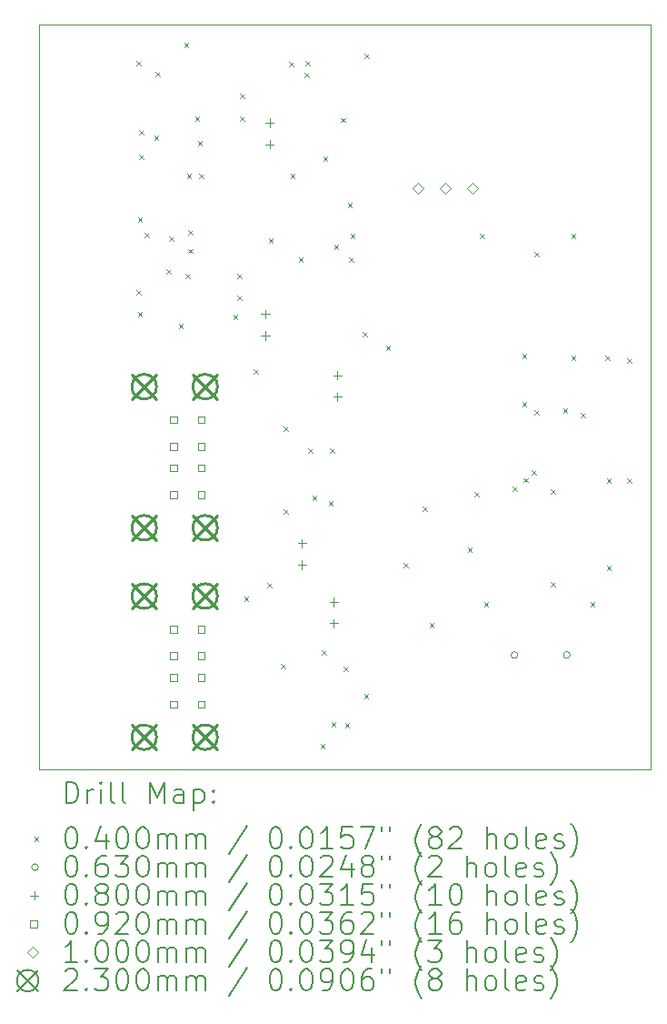
<source format=gbr>
%TF.GenerationSoftware,KiCad,Pcbnew,(6.0.10)*%
%TF.CreationDate,2023-01-17T15:40:54+01:00*%
%TF.ProjectId,kvm,6b766d2e-6b69-4636-9164-5f7063625858,v01*%
%TF.SameCoordinates,Original*%
%TF.FileFunction,Drillmap*%
%TF.FilePolarity,Positive*%
%FSLAX45Y45*%
G04 Gerber Fmt 4.5, Leading zero omitted, Abs format (unit mm)*
G04 Created by KiCad (PCBNEW (6.0.10)) date 2023-01-17 15:40:54*
%MOMM*%
%LPD*%
G01*
G04 APERTURE LIST*
%ADD10C,0.100000*%
%ADD11C,0.200000*%
%ADD12C,0.040000*%
%ADD13C,0.063000*%
%ADD14C,0.080000*%
%ADD15C,0.092000*%
%ADD16C,0.230000*%
G04 APERTURE END LIST*
D10*
X11671300Y-3937000D02*
X5969000Y-3937000D01*
X5969000Y-3937000D02*
X5969000Y-10871200D01*
X5969000Y-10871200D02*
X11671300Y-10871200D01*
X11671300Y-10871200D02*
X11671300Y-3937000D01*
D11*
D12*
X6876100Y-4272600D02*
X6916100Y-4312600D01*
X6916100Y-4272600D02*
X6876100Y-4312600D01*
X6876100Y-6406200D02*
X6916100Y-6446200D01*
X6916100Y-6406200D02*
X6876100Y-6446200D01*
X6888800Y-5733100D02*
X6928800Y-5773100D01*
X6928800Y-5733100D02*
X6888800Y-5773100D01*
X6888800Y-6609400D02*
X6928800Y-6649400D01*
X6928800Y-6609400D02*
X6888800Y-6649400D01*
X6901500Y-4920300D02*
X6941500Y-4960300D01*
X6941500Y-4920300D02*
X6901500Y-4960300D01*
X6901500Y-5148900D02*
X6941500Y-5188900D01*
X6941500Y-5148900D02*
X6901500Y-5188900D01*
X6952300Y-5872800D02*
X6992300Y-5912800D01*
X6992300Y-5872800D02*
X6952300Y-5912800D01*
X7041200Y-4971100D02*
X7081200Y-5011100D01*
X7081200Y-4971100D02*
X7041200Y-5011100D01*
X7053900Y-4374200D02*
X7093900Y-4414200D01*
X7093900Y-4374200D02*
X7053900Y-4414200D01*
X7155500Y-6215700D02*
X7195500Y-6255700D01*
X7195500Y-6215700D02*
X7155500Y-6255700D01*
X7180900Y-5910900D02*
X7220900Y-5950900D01*
X7220900Y-5910900D02*
X7180900Y-5950900D01*
X7269800Y-6723700D02*
X7309800Y-6763700D01*
X7309800Y-6723700D02*
X7269800Y-6763700D01*
X7320600Y-4107500D02*
X7360600Y-4147500D01*
X7360600Y-4107500D02*
X7320600Y-4147500D01*
X7333300Y-6253800D02*
X7373300Y-6293800D01*
X7373300Y-6253800D02*
X7333300Y-6293800D01*
X7346000Y-5326700D02*
X7386000Y-5366700D01*
X7386000Y-5326700D02*
X7346000Y-5366700D01*
X7358700Y-5847400D02*
X7398700Y-5887400D01*
X7398700Y-5847400D02*
X7358700Y-5887400D01*
X7358700Y-6022450D02*
X7398700Y-6062450D01*
X7398700Y-6022450D02*
X7358700Y-6062450D01*
X7422200Y-4793300D02*
X7462200Y-4833300D01*
X7462200Y-4793300D02*
X7422200Y-4833300D01*
X7447600Y-5021900D02*
X7487600Y-5061900D01*
X7487600Y-5021900D02*
X7447600Y-5061900D01*
X7460300Y-5326700D02*
X7500300Y-5366700D01*
X7500300Y-5326700D02*
X7460300Y-5366700D01*
X7777800Y-6634800D02*
X7817800Y-6674800D01*
X7817800Y-6634800D02*
X7777800Y-6674800D01*
X7815900Y-6253800D02*
X7855900Y-6293800D01*
X7855900Y-6253800D02*
X7815900Y-6293800D01*
X7815900Y-6457000D02*
X7855900Y-6497000D01*
X7855900Y-6457000D02*
X7815900Y-6497000D01*
X7845191Y-4577400D02*
X7885191Y-4617400D01*
X7885191Y-4577400D02*
X7845191Y-4617400D01*
X7845191Y-4793300D02*
X7885191Y-4833300D01*
X7885191Y-4793300D02*
X7845191Y-4833300D01*
X7879400Y-9263700D02*
X7919400Y-9303700D01*
X7919400Y-9263700D02*
X7879400Y-9303700D01*
X7968300Y-7142800D02*
X8008300Y-7182800D01*
X8008300Y-7142800D02*
X7968300Y-7182800D01*
X8095300Y-9136700D02*
X8135300Y-9176700D01*
X8135300Y-9136700D02*
X8095300Y-9176700D01*
X8108000Y-5923600D02*
X8148000Y-5963600D01*
X8148000Y-5923600D02*
X8108000Y-5963600D01*
X8222300Y-9886000D02*
X8262300Y-9926000D01*
X8262300Y-9886000D02*
X8222300Y-9926000D01*
X8247700Y-7676200D02*
X8287700Y-7716200D01*
X8287700Y-7676200D02*
X8247700Y-7716200D01*
X8247700Y-8450900D02*
X8287700Y-8490900D01*
X8287700Y-8450900D02*
X8247700Y-8490900D01*
X8301150Y-4282650D02*
X8341150Y-4322650D01*
X8341150Y-4282650D02*
X8301150Y-4322650D01*
X8311200Y-5326700D02*
X8351200Y-5366700D01*
X8351200Y-5326700D02*
X8311200Y-5366700D01*
X8387400Y-6101400D02*
X8427400Y-6141400D01*
X8427400Y-6101400D02*
X8387400Y-6141400D01*
X8440850Y-4384250D02*
X8480850Y-4424250D01*
X8480850Y-4384250D02*
X8440850Y-4424250D01*
X8453550Y-4272941D02*
X8493550Y-4312941D01*
X8493550Y-4272941D02*
X8453550Y-4312941D01*
X8476300Y-7879400D02*
X8516300Y-7919400D01*
X8516300Y-7879400D02*
X8476300Y-7919400D01*
X8514400Y-8323900D02*
X8554400Y-8363900D01*
X8554400Y-8323900D02*
X8514400Y-8363900D01*
X8590600Y-10635300D02*
X8630600Y-10675300D01*
X8630600Y-10635300D02*
X8590600Y-10675300D01*
X8603300Y-9759000D02*
X8643300Y-9799000D01*
X8643300Y-9759000D02*
X8603300Y-9799000D01*
X8616000Y-5161600D02*
X8656000Y-5201600D01*
X8656000Y-5161600D02*
X8616000Y-5201600D01*
X8666800Y-8374700D02*
X8706800Y-8414700D01*
X8706800Y-8374700D02*
X8666800Y-8414700D01*
X8679500Y-7879400D02*
X8719500Y-7919400D01*
X8719500Y-7879400D02*
X8679500Y-7919400D01*
X8692200Y-10432100D02*
X8732200Y-10472100D01*
X8732200Y-10432100D02*
X8692200Y-10472100D01*
X8717600Y-5987100D02*
X8757600Y-6027100D01*
X8757600Y-5987100D02*
X8717600Y-6027100D01*
X8783750Y-4803350D02*
X8823750Y-4843350D01*
X8823750Y-4803350D02*
X8783750Y-4843350D01*
X8806500Y-9911400D02*
X8846500Y-9951400D01*
X8846500Y-9911400D02*
X8806500Y-9951400D01*
X8819200Y-10441250D02*
X8859200Y-10481250D01*
X8859200Y-10441250D02*
X8819200Y-10481250D01*
X8844600Y-5593400D02*
X8884600Y-5633400D01*
X8884600Y-5593400D02*
X8844600Y-5633400D01*
X8857300Y-6101400D02*
X8897300Y-6141400D01*
X8897300Y-6101400D02*
X8857300Y-6141400D01*
X8870000Y-5885500D02*
X8910000Y-5925500D01*
X8910000Y-5885500D02*
X8870000Y-5925500D01*
X8984300Y-6799900D02*
X9024300Y-6839900D01*
X9024300Y-6799900D02*
X8984300Y-6839900D01*
X8997000Y-10165400D02*
X9037000Y-10205400D01*
X9037000Y-10165400D02*
X8997000Y-10205400D01*
X8999650Y-4206450D02*
X9039650Y-4246450D01*
X9039650Y-4206450D02*
X8999650Y-4246450D01*
X9200200Y-6926900D02*
X9240200Y-6966900D01*
X9240200Y-6926900D02*
X9200200Y-6966900D01*
X9365300Y-8946200D02*
X9405300Y-8986200D01*
X9405300Y-8946200D02*
X9365300Y-8986200D01*
X9543100Y-8425500D02*
X9583100Y-8465500D01*
X9583100Y-8425500D02*
X9543100Y-8465500D01*
X9606600Y-9505000D02*
X9646600Y-9545000D01*
X9646600Y-9505000D02*
X9606600Y-9545000D01*
X9962200Y-8806500D02*
X10002200Y-8846500D01*
X10002200Y-8806500D02*
X9962200Y-8846500D01*
X10025700Y-8285800D02*
X10065700Y-8325800D01*
X10065700Y-8285800D02*
X10025700Y-8325800D01*
X10076500Y-5885500D02*
X10116500Y-5925500D01*
X10116500Y-5885500D02*
X10076500Y-5925500D01*
X10114600Y-9314500D02*
X10154600Y-9354500D01*
X10154600Y-9314500D02*
X10114600Y-9354500D01*
X10381300Y-8235000D02*
X10421300Y-8275000D01*
X10421300Y-8235000D02*
X10381300Y-8275000D01*
X10470200Y-7003100D02*
X10510200Y-7043100D01*
X10510200Y-7003100D02*
X10470200Y-7043100D01*
X10470200Y-7447600D02*
X10510200Y-7487600D01*
X10510200Y-7447600D02*
X10470200Y-7487600D01*
X10483877Y-8157823D02*
X10523877Y-8197823D01*
X10523877Y-8157823D02*
X10483877Y-8197823D01*
X10558123Y-8083577D02*
X10598123Y-8123577D01*
X10598123Y-8083577D02*
X10558123Y-8123577D01*
X10584500Y-6050600D02*
X10624500Y-6090600D01*
X10624500Y-6050600D02*
X10584500Y-6090600D01*
X10584500Y-7523800D02*
X10624500Y-7563800D01*
X10624500Y-7523800D02*
X10584500Y-7563800D01*
X10736900Y-8260400D02*
X10776900Y-8300400D01*
X10776900Y-8260400D02*
X10736900Y-8300400D01*
X10736900Y-9124000D02*
X10776900Y-9164000D01*
X10776900Y-9124000D02*
X10736900Y-9164000D01*
X10851200Y-7511100D02*
X10891200Y-7551100D01*
X10891200Y-7511100D02*
X10851200Y-7551100D01*
X10927400Y-5885500D02*
X10967400Y-5925500D01*
X10967400Y-5885500D02*
X10927400Y-5925500D01*
X10927400Y-7015800D02*
X10967400Y-7055800D01*
X10967400Y-7015800D02*
X10927400Y-7055800D01*
X11016300Y-7549200D02*
X11056300Y-7589200D01*
X11056300Y-7549200D02*
X11016300Y-7589200D01*
X11105200Y-9314500D02*
X11145200Y-9354500D01*
X11145200Y-9314500D02*
X11105200Y-9354500D01*
X11244900Y-7015800D02*
X11284900Y-7055800D01*
X11284900Y-7015800D02*
X11244900Y-7055800D01*
X11257600Y-8158800D02*
X11297600Y-8198800D01*
X11297600Y-8158800D02*
X11257600Y-8198800D01*
X11257600Y-8971600D02*
X11297600Y-9011600D01*
X11297600Y-8971600D02*
X11257600Y-9011600D01*
X11448100Y-7041200D02*
X11488100Y-7081200D01*
X11488100Y-7041200D02*
X11448100Y-7081200D01*
X11448100Y-8158800D02*
X11488100Y-8198800D01*
X11488100Y-8158800D02*
X11448100Y-8198800D01*
D13*
X10430100Y-9804400D02*
G75*
G03*
X10430100Y-9804400I-31500J0D01*
G01*
X10918100Y-9804400D02*
G75*
G03*
X10918100Y-9804400I-31500J0D01*
G01*
D14*
X8077200Y-6590234D02*
X8077200Y-6670234D01*
X8037200Y-6630234D02*
X8117200Y-6630234D01*
X8077200Y-6790234D02*
X8077200Y-6870234D01*
X8037200Y-6830234D02*
X8117200Y-6830234D01*
X8117950Y-4808599D02*
X8117950Y-4888599D01*
X8077950Y-4848599D02*
X8157950Y-4848599D01*
X8117950Y-5008599D02*
X8117950Y-5088599D01*
X8077950Y-5048599D02*
X8157950Y-5048599D01*
X8420100Y-8723000D02*
X8420100Y-8803000D01*
X8380100Y-8763000D02*
X8460100Y-8763000D01*
X8420100Y-8923000D02*
X8420100Y-9003000D01*
X8380100Y-8963000D02*
X8460100Y-8963000D01*
X8717280Y-9269652D02*
X8717280Y-9349652D01*
X8677280Y-9309652D02*
X8757280Y-9309652D01*
X8717280Y-9469652D02*
X8717280Y-9549652D01*
X8677280Y-9509652D02*
X8757280Y-9509652D01*
X8750300Y-7160900D02*
X8750300Y-7240900D01*
X8710300Y-7200900D02*
X8790300Y-7200900D01*
X8750300Y-7360900D02*
X8750300Y-7440900D01*
X8710300Y-7400900D02*
X8790300Y-7400900D01*
D15*
X7253027Y-7645427D02*
X7253027Y-7580373D01*
X7187973Y-7580373D01*
X7187973Y-7645427D01*
X7253027Y-7645427D01*
X7253027Y-7895427D02*
X7253027Y-7830373D01*
X7187973Y-7830373D01*
X7187973Y-7895427D01*
X7253027Y-7895427D01*
X7253027Y-8095427D02*
X7253027Y-8030373D01*
X7187973Y-8030373D01*
X7187973Y-8095427D01*
X7253027Y-8095427D01*
X7253027Y-8345427D02*
X7253027Y-8280373D01*
X7187973Y-8280373D01*
X7187973Y-8345427D01*
X7253027Y-8345427D01*
X7253027Y-9595528D02*
X7253027Y-9530474D01*
X7187973Y-9530474D01*
X7187973Y-9595528D01*
X7253027Y-9595528D01*
X7253027Y-9845528D02*
X7253027Y-9780474D01*
X7187973Y-9780474D01*
X7187973Y-9845528D01*
X7253027Y-9845528D01*
X7253027Y-10045528D02*
X7253027Y-9980474D01*
X7187973Y-9980474D01*
X7187973Y-10045528D01*
X7253027Y-10045528D01*
X7253027Y-10295528D02*
X7253027Y-10230474D01*
X7187973Y-10230474D01*
X7187973Y-10295528D01*
X7253027Y-10295528D01*
X7515027Y-7645427D02*
X7515027Y-7580373D01*
X7449973Y-7580373D01*
X7449973Y-7645427D01*
X7515027Y-7645427D01*
X7515027Y-7895427D02*
X7515027Y-7830373D01*
X7449973Y-7830373D01*
X7449973Y-7895427D01*
X7515027Y-7895427D01*
X7515027Y-8095427D02*
X7515027Y-8030373D01*
X7449973Y-8030373D01*
X7449973Y-8095427D01*
X7515027Y-8095427D01*
X7515027Y-8345427D02*
X7515027Y-8280373D01*
X7449973Y-8280373D01*
X7449973Y-8345427D01*
X7515027Y-8345427D01*
X7515027Y-9595528D02*
X7515027Y-9530474D01*
X7449973Y-9530474D01*
X7449973Y-9595528D01*
X7515027Y-9595528D01*
X7515027Y-9845528D02*
X7515027Y-9780474D01*
X7449973Y-9780474D01*
X7449973Y-9845528D01*
X7515027Y-9845528D01*
X7515027Y-10045528D02*
X7515027Y-9980474D01*
X7449973Y-9980474D01*
X7449973Y-10045528D01*
X7515027Y-10045528D01*
X7515027Y-10295528D02*
X7515027Y-10230474D01*
X7449973Y-10230474D01*
X7449973Y-10295528D01*
X7515027Y-10295528D01*
D10*
X9501100Y-5511000D02*
X9551100Y-5461000D01*
X9501100Y-5411000D01*
X9451100Y-5461000D01*
X9501100Y-5511000D01*
X9755100Y-5511000D02*
X9805100Y-5461000D01*
X9755100Y-5411000D01*
X9705100Y-5461000D01*
X9755100Y-5511000D01*
X10009100Y-5511000D02*
X10059100Y-5461000D01*
X10009100Y-5411000D01*
X9959100Y-5461000D01*
X10009100Y-5511000D01*
D16*
X6834500Y-7190900D02*
X7064500Y-7420900D01*
X7064500Y-7190900D02*
X6834500Y-7420900D01*
X7064500Y-7305900D02*
G75*
G03*
X7064500Y-7305900I-115000J0D01*
G01*
X6834500Y-8504900D02*
X7064500Y-8734900D01*
X7064500Y-8504900D02*
X6834500Y-8734900D01*
X7064500Y-8619900D02*
G75*
G03*
X7064500Y-8619900I-115000J0D01*
G01*
X6834500Y-9141001D02*
X7064500Y-9371001D01*
X7064500Y-9141001D02*
X6834500Y-9371001D01*
X7064500Y-9256001D02*
G75*
G03*
X7064500Y-9256001I-115000J0D01*
G01*
X6834500Y-10455001D02*
X7064500Y-10685001D01*
X7064500Y-10455001D02*
X6834500Y-10685001D01*
X7064500Y-10570001D02*
G75*
G03*
X7064500Y-10570001I-115000J0D01*
G01*
X7402500Y-7190900D02*
X7632500Y-7420900D01*
X7632500Y-7190900D02*
X7402500Y-7420900D01*
X7632500Y-7305900D02*
G75*
G03*
X7632500Y-7305900I-115000J0D01*
G01*
X7402500Y-8504900D02*
X7632500Y-8734900D01*
X7632500Y-8504900D02*
X7402500Y-8734900D01*
X7632500Y-8619900D02*
G75*
G03*
X7632500Y-8619900I-115000J0D01*
G01*
X7402500Y-9141001D02*
X7632500Y-9371001D01*
X7632500Y-9141001D02*
X7402500Y-9371001D01*
X7632500Y-9256001D02*
G75*
G03*
X7632500Y-9256001I-115000J0D01*
G01*
X7402500Y-10455001D02*
X7632500Y-10685001D01*
X7632500Y-10455001D02*
X7402500Y-10685001D01*
X7632500Y-10570001D02*
G75*
G03*
X7632500Y-10570001I-115000J0D01*
G01*
D11*
X6221619Y-11186676D02*
X6221619Y-10986676D01*
X6269238Y-10986676D01*
X6297809Y-10996200D01*
X6316857Y-11015248D01*
X6326381Y-11034295D01*
X6335905Y-11072390D01*
X6335905Y-11100962D01*
X6326381Y-11139057D01*
X6316857Y-11158105D01*
X6297809Y-11177152D01*
X6269238Y-11186676D01*
X6221619Y-11186676D01*
X6421619Y-11186676D02*
X6421619Y-11053343D01*
X6421619Y-11091438D02*
X6431143Y-11072390D01*
X6440667Y-11062867D01*
X6459714Y-11053343D01*
X6478762Y-11053343D01*
X6545428Y-11186676D02*
X6545428Y-11053343D01*
X6545428Y-10986676D02*
X6535905Y-10996200D01*
X6545428Y-11005724D01*
X6554952Y-10996200D01*
X6545428Y-10986676D01*
X6545428Y-11005724D01*
X6669238Y-11186676D02*
X6650190Y-11177152D01*
X6640667Y-11158105D01*
X6640667Y-10986676D01*
X6774000Y-11186676D02*
X6754952Y-11177152D01*
X6745428Y-11158105D01*
X6745428Y-10986676D01*
X7002571Y-11186676D02*
X7002571Y-10986676D01*
X7069238Y-11129533D01*
X7135905Y-10986676D01*
X7135905Y-11186676D01*
X7316857Y-11186676D02*
X7316857Y-11081914D01*
X7307333Y-11062867D01*
X7288286Y-11053343D01*
X7250190Y-11053343D01*
X7231143Y-11062867D01*
X7316857Y-11177152D02*
X7297809Y-11186676D01*
X7250190Y-11186676D01*
X7231143Y-11177152D01*
X7221619Y-11158105D01*
X7221619Y-11139057D01*
X7231143Y-11120010D01*
X7250190Y-11110486D01*
X7297809Y-11110486D01*
X7316857Y-11100962D01*
X7412095Y-11053343D02*
X7412095Y-11253343D01*
X7412095Y-11062867D02*
X7431143Y-11053343D01*
X7469238Y-11053343D01*
X7488286Y-11062867D01*
X7497809Y-11072390D01*
X7507333Y-11091438D01*
X7507333Y-11148581D01*
X7497809Y-11167629D01*
X7488286Y-11177152D01*
X7469238Y-11186676D01*
X7431143Y-11186676D01*
X7412095Y-11177152D01*
X7593048Y-11167629D02*
X7602571Y-11177152D01*
X7593048Y-11186676D01*
X7583524Y-11177152D01*
X7593048Y-11167629D01*
X7593048Y-11186676D01*
X7593048Y-11062867D02*
X7602571Y-11072390D01*
X7593048Y-11081914D01*
X7583524Y-11072390D01*
X7593048Y-11062867D01*
X7593048Y-11081914D01*
D12*
X5924000Y-11496200D02*
X5964000Y-11536200D01*
X5964000Y-11496200D02*
X5924000Y-11536200D01*
D11*
X6259714Y-11406676D02*
X6278762Y-11406676D01*
X6297809Y-11416200D01*
X6307333Y-11425724D01*
X6316857Y-11444771D01*
X6326381Y-11482867D01*
X6326381Y-11530486D01*
X6316857Y-11568581D01*
X6307333Y-11587628D01*
X6297809Y-11597152D01*
X6278762Y-11606676D01*
X6259714Y-11606676D01*
X6240667Y-11597152D01*
X6231143Y-11587628D01*
X6221619Y-11568581D01*
X6212095Y-11530486D01*
X6212095Y-11482867D01*
X6221619Y-11444771D01*
X6231143Y-11425724D01*
X6240667Y-11416200D01*
X6259714Y-11406676D01*
X6412095Y-11587628D02*
X6421619Y-11597152D01*
X6412095Y-11606676D01*
X6402571Y-11597152D01*
X6412095Y-11587628D01*
X6412095Y-11606676D01*
X6593048Y-11473343D02*
X6593048Y-11606676D01*
X6545428Y-11397152D02*
X6497809Y-11540009D01*
X6621619Y-11540009D01*
X6735905Y-11406676D02*
X6754952Y-11406676D01*
X6774000Y-11416200D01*
X6783524Y-11425724D01*
X6793048Y-11444771D01*
X6802571Y-11482867D01*
X6802571Y-11530486D01*
X6793048Y-11568581D01*
X6783524Y-11587628D01*
X6774000Y-11597152D01*
X6754952Y-11606676D01*
X6735905Y-11606676D01*
X6716857Y-11597152D01*
X6707333Y-11587628D01*
X6697809Y-11568581D01*
X6688286Y-11530486D01*
X6688286Y-11482867D01*
X6697809Y-11444771D01*
X6707333Y-11425724D01*
X6716857Y-11416200D01*
X6735905Y-11406676D01*
X6926381Y-11406676D02*
X6945428Y-11406676D01*
X6964476Y-11416200D01*
X6974000Y-11425724D01*
X6983524Y-11444771D01*
X6993048Y-11482867D01*
X6993048Y-11530486D01*
X6983524Y-11568581D01*
X6974000Y-11587628D01*
X6964476Y-11597152D01*
X6945428Y-11606676D01*
X6926381Y-11606676D01*
X6907333Y-11597152D01*
X6897809Y-11587628D01*
X6888286Y-11568581D01*
X6878762Y-11530486D01*
X6878762Y-11482867D01*
X6888286Y-11444771D01*
X6897809Y-11425724D01*
X6907333Y-11416200D01*
X6926381Y-11406676D01*
X7078762Y-11606676D02*
X7078762Y-11473343D01*
X7078762Y-11492390D02*
X7088286Y-11482867D01*
X7107333Y-11473343D01*
X7135905Y-11473343D01*
X7154952Y-11482867D01*
X7164476Y-11501914D01*
X7164476Y-11606676D01*
X7164476Y-11501914D02*
X7174000Y-11482867D01*
X7193048Y-11473343D01*
X7221619Y-11473343D01*
X7240667Y-11482867D01*
X7250190Y-11501914D01*
X7250190Y-11606676D01*
X7345428Y-11606676D02*
X7345428Y-11473343D01*
X7345428Y-11492390D02*
X7354952Y-11482867D01*
X7374000Y-11473343D01*
X7402571Y-11473343D01*
X7421619Y-11482867D01*
X7431143Y-11501914D01*
X7431143Y-11606676D01*
X7431143Y-11501914D02*
X7440667Y-11482867D01*
X7459714Y-11473343D01*
X7488286Y-11473343D01*
X7507333Y-11482867D01*
X7516857Y-11501914D01*
X7516857Y-11606676D01*
X7907333Y-11397152D02*
X7735905Y-11654295D01*
X8164476Y-11406676D02*
X8183524Y-11406676D01*
X8202571Y-11416200D01*
X8212095Y-11425724D01*
X8221619Y-11444771D01*
X8231143Y-11482867D01*
X8231143Y-11530486D01*
X8221619Y-11568581D01*
X8212095Y-11587628D01*
X8202571Y-11597152D01*
X8183524Y-11606676D01*
X8164476Y-11606676D01*
X8145428Y-11597152D01*
X8135905Y-11587628D01*
X8126381Y-11568581D01*
X8116857Y-11530486D01*
X8116857Y-11482867D01*
X8126381Y-11444771D01*
X8135905Y-11425724D01*
X8145428Y-11416200D01*
X8164476Y-11406676D01*
X8316857Y-11587628D02*
X8326381Y-11597152D01*
X8316857Y-11606676D01*
X8307333Y-11597152D01*
X8316857Y-11587628D01*
X8316857Y-11606676D01*
X8450190Y-11406676D02*
X8469238Y-11406676D01*
X8488286Y-11416200D01*
X8497810Y-11425724D01*
X8507333Y-11444771D01*
X8516857Y-11482867D01*
X8516857Y-11530486D01*
X8507333Y-11568581D01*
X8497810Y-11587628D01*
X8488286Y-11597152D01*
X8469238Y-11606676D01*
X8450190Y-11606676D01*
X8431143Y-11597152D01*
X8421619Y-11587628D01*
X8412095Y-11568581D01*
X8402571Y-11530486D01*
X8402571Y-11482867D01*
X8412095Y-11444771D01*
X8421619Y-11425724D01*
X8431143Y-11416200D01*
X8450190Y-11406676D01*
X8707333Y-11606676D02*
X8593048Y-11606676D01*
X8650190Y-11606676D02*
X8650190Y-11406676D01*
X8631143Y-11435248D01*
X8612095Y-11454295D01*
X8593048Y-11463819D01*
X8888286Y-11406676D02*
X8793048Y-11406676D01*
X8783524Y-11501914D01*
X8793048Y-11492390D01*
X8812095Y-11482867D01*
X8859714Y-11482867D01*
X8878762Y-11492390D01*
X8888286Y-11501914D01*
X8897810Y-11520962D01*
X8897810Y-11568581D01*
X8888286Y-11587628D01*
X8878762Y-11597152D01*
X8859714Y-11606676D01*
X8812095Y-11606676D01*
X8793048Y-11597152D01*
X8783524Y-11587628D01*
X8964476Y-11406676D02*
X9097810Y-11406676D01*
X9012095Y-11606676D01*
X9164476Y-11406676D02*
X9164476Y-11444771D01*
X9240667Y-11406676D02*
X9240667Y-11444771D01*
X9535905Y-11682867D02*
X9526381Y-11673343D01*
X9507333Y-11644771D01*
X9497810Y-11625724D01*
X9488286Y-11597152D01*
X9478762Y-11549533D01*
X9478762Y-11511438D01*
X9488286Y-11463819D01*
X9497810Y-11435248D01*
X9507333Y-11416200D01*
X9526381Y-11387628D01*
X9535905Y-11378105D01*
X9640667Y-11492390D02*
X9621619Y-11482867D01*
X9612095Y-11473343D01*
X9602571Y-11454295D01*
X9602571Y-11444771D01*
X9612095Y-11425724D01*
X9621619Y-11416200D01*
X9640667Y-11406676D01*
X9678762Y-11406676D01*
X9697810Y-11416200D01*
X9707333Y-11425724D01*
X9716857Y-11444771D01*
X9716857Y-11454295D01*
X9707333Y-11473343D01*
X9697810Y-11482867D01*
X9678762Y-11492390D01*
X9640667Y-11492390D01*
X9621619Y-11501914D01*
X9612095Y-11511438D01*
X9602571Y-11530486D01*
X9602571Y-11568581D01*
X9612095Y-11587628D01*
X9621619Y-11597152D01*
X9640667Y-11606676D01*
X9678762Y-11606676D01*
X9697810Y-11597152D01*
X9707333Y-11587628D01*
X9716857Y-11568581D01*
X9716857Y-11530486D01*
X9707333Y-11511438D01*
X9697810Y-11501914D01*
X9678762Y-11492390D01*
X9793048Y-11425724D02*
X9802571Y-11416200D01*
X9821619Y-11406676D01*
X9869238Y-11406676D01*
X9888286Y-11416200D01*
X9897810Y-11425724D01*
X9907333Y-11444771D01*
X9907333Y-11463819D01*
X9897810Y-11492390D01*
X9783524Y-11606676D01*
X9907333Y-11606676D01*
X10145429Y-11606676D02*
X10145429Y-11406676D01*
X10231143Y-11606676D02*
X10231143Y-11501914D01*
X10221619Y-11482867D01*
X10202571Y-11473343D01*
X10174000Y-11473343D01*
X10154952Y-11482867D01*
X10145429Y-11492390D01*
X10354952Y-11606676D02*
X10335905Y-11597152D01*
X10326381Y-11587628D01*
X10316857Y-11568581D01*
X10316857Y-11511438D01*
X10326381Y-11492390D01*
X10335905Y-11482867D01*
X10354952Y-11473343D01*
X10383524Y-11473343D01*
X10402571Y-11482867D01*
X10412095Y-11492390D01*
X10421619Y-11511438D01*
X10421619Y-11568581D01*
X10412095Y-11587628D01*
X10402571Y-11597152D01*
X10383524Y-11606676D01*
X10354952Y-11606676D01*
X10535905Y-11606676D02*
X10516857Y-11597152D01*
X10507333Y-11578105D01*
X10507333Y-11406676D01*
X10688286Y-11597152D02*
X10669238Y-11606676D01*
X10631143Y-11606676D01*
X10612095Y-11597152D01*
X10602571Y-11578105D01*
X10602571Y-11501914D01*
X10612095Y-11482867D01*
X10631143Y-11473343D01*
X10669238Y-11473343D01*
X10688286Y-11482867D01*
X10697810Y-11501914D01*
X10697810Y-11520962D01*
X10602571Y-11540009D01*
X10774000Y-11597152D02*
X10793048Y-11606676D01*
X10831143Y-11606676D01*
X10850190Y-11597152D01*
X10859714Y-11578105D01*
X10859714Y-11568581D01*
X10850190Y-11549533D01*
X10831143Y-11540009D01*
X10802571Y-11540009D01*
X10783524Y-11530486D01*
X10774000Y-11511438D01*
X10774000Y-11501914D01*
X10783524Y-11482867D01*
X10802571Y-11473343D01*
X10831143Y-11473343D01*
X10850190Y-11482867D01*
X10926381Y-11682867D02*
X10935905Y-11673343D01*
X10954952Y-11644771D01*
X10964476Y-11625724D01*
X10974000Y-11597152D01*
X10983524Y-11549533D01*
X10983524Y-11511438D01*
X10974000Y-11463819D01*
X10964476Y-11435248D01*
X10954952Y-11416200D01*
X10935905Y-11387628D01*
X10926381Y-11378105D01*
D13*
X5964000Y-11780200D02*
G75*
G03*
X5964000Y-11780200I-31500J0D01*
G01*
D11*
X6259714Y-11670676D02*
X6278762Y-11670676D01*
X6297809Y-11680200D01*
X6307333Y-11689724D01*
X6316857Y-11708771D01*
X6326381Y-11746867D01*
X6326381Y-11794486D01*
X6316857Y-11832581D01*
X6307333Y-11851628D01*
X6297809Y-11861152D01*
X6278762Y-11870676D01*
X6259714Y-11870676D01*
X6240667Y-11861152D01*
X6231143Y-11851628D01*
X6221619Y-11832581D01*
X6212095Y-11794486D01*
X6212095Y-11746867D01*
X6221619Y-11708771D01*
X6231143Y-11689724D01*
X6240667Y-11680200D01*
X6259714Y-11670676D01*
X6412095Y-11851628D02*
X6421619Y-11861152D01*
X6412095Y-11870676D01*
X6402571Y-11861152D01*
X6412095Y-11851628D01*
X6412095Y-11870676D01*
X6593048Y-11670676D02*
X6554952Y-11670676D01*
X6535905Y-11680200D01*
X6526381Y-11689724D01*
X6507333Y-11718295D01*
X6497809Y-11756390D01*
X6497809Y-11832581D01*
X6507333Y-11851628D01*
X6516857Y-11861152D01*
X6535905Y-11870676D01*
X6574000Y-11870676D01*
X6593048Y-11861152D01*
X6602571Y-11851628D01*
X6612095Y-11832581D01*
X6612095Y-11784962D01*
X6602571Y-11765914D01*
X6593048Y-11756390D01*
X6574000Y-11746867D01*
X6535905Y-11746867D01*
X6516857Y-11756390D01*
X6507333Y-11765914D01*
X6497809Y-11784962D01*
X6678762Y-11670676D02*
X6802571Y-11670676D01*
X6735905Y-11746867D01*
X6764476Y-11746867D01*
X6783524Y-11756390D01*
X6793048Y-11765914D01*
X6802571Y-11784962D01*
X6802571Y-11832581D01*
X6793048Y-11851628D01*
X6783524Y-11861152D01*
X6764476Y-11870676D01*
X6707333Y-11870676D01*
X6688286Y-11861152D01*
X6678762Y-11851628D01*
X6926381Y-11670676D02*
X6945428Y-11670676D01*
X6964476Y-11680200D01*
X6974000Y-11689724D01*
X6983524Y-11708771D01*
X6993048Y-11746867D01*
X6993048Y-11794486D01*
X6983524Y-11832581D01*
X6974000Y-11851628D01*
X6964476Y-11861152D01*
X6945428Y-11870676D01*
X6926381Y-11870676D01*
X6907333Y-11861152D01*
X6897809Y-11851628D01*
X6888286Y-11832581D01*
X6878762Y-11794486D01*
X6878762Y-11746867D01*
X6888286Y-11708771D01*
X6897809Y-11689724D01*
X6907333Y-11680200D01*
X6926381Y-11670676D01*
X7078762Y-11870676D02*
X7078762Y-11737343D01*
X7078762Y-11756390D02*
X7088286Y-11746867D01*
X7107333Y-11737343D01*
X7135905Y-11737343D01*
X7154952Y-11746867D01*
X7164476Y-11765914D01*
X7164476Y-11870676D01*
X7164476Y-11765914D02*
X7174000Y-11746867D01*
X7193048Y-11737343D01*
X7221619Y-11737343D01*
X7240667Y-11746867D01*
X7250190Y-11765914D01*
X7250190Y-11870676D01*
X7345428Y-11870676D02*
X7345428Y-11737343D01*
X7345428Y-11756390D02*
X7354952Y-11746867D01*
X7374000Y-11737343D01*
X7402571Y-11737343D01*
X7421619Y-11746867D01*
X7431143Y-11765914D01*
X7431143Y-11870676D01*
X7431143Y-11765914D02*
X7440667Y-11746867D01*
X7459714Y-11737343D01*
X7488286Y-11737343D01*
X7507333Y-11746867D01*
X7516857Y-11765914D01*
X7516857Y-11870676D01*
X7907333Y-11661152D02*
X7735905Y-11918295D01*
X8164476Y-11670676D02*
X8183524Y-11670676D01*
X8202571Y-11680200D01*
X8212095Y-11689724D01*
X8221619Y-11708771D01*
X8231143Y-11746867D01*
X8231143Y-11794486D01*
X8221619Y-11832581D01*
X8212095Y-11851628D01*
X8202571Y-11861152D01*
X8183524Y-11870676D01*
X8164476Y-11870676D01*
X8145428Y-11861152D01*
X8135905Y-11851628D01*
X8126381Y-11832581D01*
X8116857Y-11794486D01*
X8116857Y-11746867D01*
X8126381Y-11708771D01*
X8135905Y-11689724D01*
X8145428Y-11680200D01*
X8164476Y-11670676D01*
X8316857Y-11851628D02*
X8326381Y-11861152D01*
X8316857Y-11870676D01*
X8307333Y-11861152D01*
X8316857Y-11851628D01*
X8316857Y-11870676D01*
X8450190Y-11670676D02*
X8469238Y-11670676D01*
X8488286Y-11680200D01*
X8497810Y-11689724D01*
X8507333Y-11708771D01*
X8516857Y-11746867D01*
X8516857Y-11794486D01*
X8507333Y-11832581D01*
X8497810Y-11851628D01*
X8488286Y-11861152D01*
X8469238Y-11870676D01*
X8450190Y-11870676D01*
X8431143Y-11861152D01*
X8421619Y-11851628D01*
X8412095Y-11832581D01*
X8402571Y-11794486D01*
X8402571Y-11746867D01*
X8412095Y-11708771D01*
X8421619Y-11689724D01*
X8431143Y-11680200D01*
X8450190Y-11670676D01*
X8593048Y-11689724D02*
X8602571Y-11680200D01*
X8621619Y-11670676D01*
X8669238Y-11670676D01*
X8688286Y-11680200D01*
X8697810Y-11689724D01*
X8707333Y-11708771D01*
X8707333Y-11727819D01*
X8697810Y-11756390D01*
X8583524Y-11870676D01*
X8707333Y-11870676D01*
X8878762Y-11737343D02*
X8878762Y-11870676D01*
X8831143Y-11661152D02*
X8783524Y-11804009D01*
X8907333Y-11804009D01*
X9012095Y-11756390D02*
X8993048Y-11746867D01*
X8983524Y-11737343D01*
X8974000Y-11718295D01*
X8974000Y-11708771D01*
X8983524Y-11689724D01*
X8993048Y-11680200D01*
X9012095Y-11670676D01*
X9050190Y-11670676D01*
X9069238Y-11680200D01*
X9078762Y-11689724D01*
X9088286Y-11708771D01*
X9088286Y-11718295D01*
X9078762Y-11737343D01*
X9069238Y-11746867D01*
X9050190Y-11756390D01*
X9012095Y-11756390D01*
X8993048Y-11765914D01*
X8983524Y-11775438D01*
X8974000Y-11794486D01*
X8974000Y-11832581D01*
X8983524Y-11851628D01*
X8993048Y-11861152D01*
X9012095Y-11870676D01*
X9050190Y-11870676D01*
X9069238Y-11861152D01*
X9078762Y-11851628D01*
X9088286Y-11832581D01*
X9088286Y-11794486D01*
X9078762Y-11775438D01*
X9069238Y-11765914D01*
X9050190Y-11756390D01*
X9164476Y-11670676D02*
X9164476Y-11708771D01*
X9240667Y-11670676D02*
X9240667Y-11708771D01*
X9535905Y-11946867D02*
X9526381Y-11937343D01*
X9507333Y-11908771D01*
X9497810Y-11889724D01*
X9488286Y-11861152D01*
X9478762Y-11813533D01*
X9478762Y-11775438D01*
X9488286Y-11727819D01*
X9497810Y-11699248D01*
X9507333Y-11680200D01*
X9526381Y-11651628D01*
X9535905Y-11642105D01*
X9602571Y-11689724D02*
X9612095Y-11680200D01*
X9631143Y-11670676D01*
X9678762Y-11670676D01*
X9697810Y-11680200D01*
X9707333Y-11689724D01*
X9716857Y-11708771D01*
X9716857Y-11727819D01*
X9707333Y-11756390D01*
X9593048Y-11870676D01*
X9716857Y-11870676D01*
X9954952Y-11870676D02*
X9954952Y-11670676D01*
X10040667Y-11870676D02*
X10040667Y-11765914D01*
X10031143Y-11746867D01*
X10012095Y-11737343D01*
X9983524Y-11737343D01*
X9964476Y-11746867D01*
X9954952Y-11756390D01*
X10164476Y-11870676D02*
X10145429Y-11861152D01*
X10135905Y-11851628D01*
X10126381Y-11832581D01*
X10126381Y-11775438D01*
X10135905Y-11756390D01*
X10145429Y-11746867D01*
X10164476Y-11737343D01*
X10193048Y-11737343D01*
X10212095Y-11746867D01*
X10221619Y-11756390D01*
X10231143Y-11775438D01*
X10231143Y-11832581D01*
X10221619Y-11851628D01*
X10212095Y-11861152D01*
X10193048Y-11870676D01*
X10164476Y-11870676D01*
X10345429Y-11870676D02*
X10326381Y-11861152D01*
X10316857Y-11842105D01*
X10316857Y-11670676D01*
X10497810Y-11861152D02*
X10478762Y-11870676D01*
X10440667Y-11870676D01*
X10421619Y-11861152D01*
X10412095Y-11842105D01*
X10412095Y-11765914D01*
X10421619Y-11746867D01*
X10440667Y-11737343D01*
X10478762Y-11737343D01*
X10497810Y-11746867D01*
X10507333Y-11765914D01*
X10507333Y-11784962D01*
X10412095Y-11804009D01*
X10583524Y-11861152D02*
X10602571Y-11870676D01*
X10640667Y-11870676D01*
X10659714Y-11861152D01*
X10669238Y-11842105D01*
X10669238Y-11832581D01*
X10659714Y-11813533D01*
X10640667Y-11804009D01*
X10612095Y-11804009D01*
X10593048Y-11794486D01*
X10583524Y-11775438D01*
X10583524Y-11765914D01*
X10593048Y-11746867D01*
X10612095Y-11737343D01*
X10640667Y-11737343D01*
X10659714Y-11746867D01*
X10735905Y-11946867D02*
X10745429Y-11937343D01*
X10764476Y-11908771D01*
X10774000Y-11889724D01*
X10783524Y-11861152D01*
X10793048Y-11813533D01*
X10793048Y-11775438D01*
X10783524Y-11727819D01*
X10774000Y-11699248D01*
X10764476Y-11680200D01*
X10745429Y-11651628D01*
X10735905Y-11642105D01*
D14*
X5924000Y-12004200D02*
X5924000Y-12084200D01*
X5884000Y-12044200D02*
X5964000Y-12044200D01*
D11*
X6259714Y-11934676D02*
X6278762Y-11934676D01*
X6297809Y-11944200D01*
X6307333Y-11953724D01*
X6316857Y-11972771D01*
X6326381Y-12010867D01*
X6326381Y-12058486D01*
X6316857Y-12096581D01*
X6307333Y-12115628D01*
X6297809Y-12125152D01*
X6278762Y-12134676D01*
X6259714Y-12134676D01*
X6240667Y-12125152D01*
X6231143Y-12115628D01*
X6221619Y-12096581D01*
X6212095Y-12058486D01*
X6212095Y-12010867D01*
X6221619Y-11972771D01*
X6231143Y-11953724D01*
X6240667Y-11944200D01*
X6259714Y-11934676D01*
X6412095Y-12115628D02*
X6421619Y-12125152D01*
X6412095Y-12134676D01*
X6402571Y-12125152D01*
X6412095Y-12115628D01*
X6412095Y-12134676D01*
X6535905Y-12020390D02*
X6516857Y-12010867D01*
X6507333Y-12001343D01*
X6497809Y-11982295D01*
X6497809Y-11972771D01*
X6507333Y-11953724D01*
X6516857Y-11944200D01*
X6535905Y-11934676D01*
X6574000Y-11934676D01*
X6593048Y-11944200D01*
X6602571Y-11953724D01*
X6612095Y-11972771D01*
X6612095Y-11982295D01*
X6602571Y-12001343D01*
X6593048Y-12010867D01*
X6574000Y-12020390D01*
X6535905Y-12020390D01*
X6516857Y-12029914D01*
X6507333Y-12039438D01*
X6497809Y-12058486D01*
X6497809Y-12096581D01*
X6507333Y-12115628D01*
X6516857Y-12125152D01*
X6535905Y-12134676D01*
X6574000Y-12134676D01*
X6593048Y-12125152D01*
X6602571Y-12115628D01*
X6612095Y-12096581D01*
X6612095Y-12058486D01*
X6602571Y-12039438D01*
X6593048Y-12029914D01*
X6574000Y-12020390D01*
X6735905Y-11934676D02*
X6754952Y-11934676D01*
X6774000Y-11944200D01*
X6783524Y-11953724D01*
X6793048Y-11972771D01*
X6802571Y-12010867D01*
X6802571Y-12058486D01*
X6793048Y-12096581D01*
X6783524Y-12115628D01*
X6774000Y-12125152D01*
X6754952Y-12134676D01*
X6735905Y-12134676D01*
X6716857Y-12125152D01*
X6707333Y-12115628D01*
X6697809Y-12096581D01*
X6688286Y-12058486D01*
X6688286Y-12010867D01*
X6697809Y-11972771D01*
X6707333Y-11953724D01*
X6716857Y-11944200D01*
X6735905Y-11934676D01*
X6926381Y-11934676D02*
X6945428Y-11934676D01*
X6964476Y-11944200D01*
X6974000Y-11953724D01*
X6983524Y-11972771D01*
X6993048Y-12010867D01*
X6993048Y-12058486D01*
X6983524Y-12096581D01*
X6974000Y-12115628D01*
X6964476Y-12125152D01*
X6945428Y-12134676D01*
X6926381Y-12134676D01*
X6907333Y-12125152D01*
X6897809Y-12115628D01*
X6888286Y-12096581D01*
X6878762Y-12058486D01*
X6878762Y-12010867D01*
X6888286Y-11972771D01*
X6897809Y-11953724D01*
X6907333Y-11944200D01*
X6926381Y-11934676D01*
X7078762Y-12134676D02*
X7078762Y-12001343D01*
X7078762Y-12020390D02*
X7088286Y-12010867D01*
X7107333Y-12001343D01*
X7135905Y-12001343D01*
X7154952Y-12010867D01*
X7164476Y-12029914D01*
X7164476Y-12134676D01*
X7164476Y-12029914D02*
X7174000Y-12010867D01*
X7193048Y-12001343D01*
X7221619Y-12001343D01*
X7240667Y-12010867D01*
X7250190Y-12029914D01*
X7250190Y-12134676D01*
X7345428Y-12134676D02*
X7345428Y-12001343D01*
X7345428Y-12020390D02*
X7354952Y-12010867D01*
X7374000Y-12001343D01*
X7402571Y-12001343D01*
X7421619Y-12010867D01*
X7431143Y-12029914D01*
X7431143Y-12134676D01*
X7431143Y-12029914D02*
X7440667Y-12010867D01*
X7459714Y-12001343D01*
X7488286Y-12001343D01*
X7507333Y-12010867D01*
X7516857Y-12029914D01*
X7516857Y-12134676D01*
X7907333Y-11925152D02*
X7735905Y-12182295D01*
X8164476Y-11934676D02*
X8183524Y-11934676D01*
X8202571Y-11944200D01*
X8212095Y-11953724D01*
X8221619Y-11972771D01*
X8231143Y-12010867D01*
X8231143Y-12058486D01*
X8221619Y-12096581D01*
X8212095Y-12115628D01*
X8202571Y-12125152D01*
X8183524Y-12134676D01*
X8164476Y-12134676D01*
X8145428Y-12125152D01*
X8135905Y-12115628D01*
X8126381Y-12096581D01*
X8116857Y-12058486D01*
X8116857Y-12010867D01*
X8126381Y-11972771D01*
X8135905Y-11953724D01*
X8145428Y-11944200D01*
X8164476Y-11934676D01*
X8316857Y-12115628D02*
X8326381Y-12125152D01*
X8316857Y-12134676D01*
X8307333Y-12125152D01*
X8316857Y-12115628D01*
X8316857Y-12134676D01*
X8450190Y-11934676D02*
X8469238Y-11934676D01*
X8488286Y-11944200D01*
X8497810Y-11953724D01*
X8507333Y-11972771D01*
X8516857Y-12010867D01*
X8516857Y-12058486D01*
X8507333Y-12096581D01*
X8497810Y-12115628D01*
X8488286Y-12125152D01*
X8469238Y-12134676D01*
X8450190Y-12134676D01*
X8431143Y-12125152D01*
X8421619Y-12115628D01*
X8412095Y-12096581D01*
X8402571Y-12058486D01*
X8402571Y-12010867D01*
X8412095Y-11972771D01*
X8421619Y-11953724D01*
X8431143Y-11944200D01*
X8450190Y-11934676D01*
X8583524Y-11934676D02*
X8707333Y-11934676D01*
X8640667Y-12010867D01*
X8669238Y-12010867D01*
X8688286Y-12020390D01*
X8697810Y-12029914D01*
X8707333Y-12048962D01*
X8707333Y-12096581D01*
X8697810Y-12115628D01*
X8688286Y-12125152D01*
X8669238Y-12134676D01*
X8612095Y-12134676D01*
X8593048Y-12125152D01*
X8583524Y-12115628D01*
X8897810Y-12134676D02*
X8783524Y-12134676D01*
X8840667Y-12134676D02*
X8840667Y-11934676D01*
X8821619Y-11963248D01*
X8802571Y-11982295D01*
X8783524Y-11991819D01*
X9078762Y-11934676D02*
X8983524Y-11934676D01*
X8974000Y-12029914D01*
X8983524Y-12020390D01*
X9002571Y-12010867D01*
X9050190Y-12010867D01*
X9069238Y-12020390D01*
X9078762Y-12029914D01*
X9088286Y-12048962D01*
X9088286Y-12096581D01*
X9078762Y-12115628D01*
X9069238Y-12125152D01*
X9050190Y-12134676D01*
X9002571Y-12134676D01*
X8983524Y-12125152D01*
X8974000Y-12115628D01*
X9164476Y-11934676D02*
X9164476Y-11972771D01*
X9240667Y-11934676D02*
X9240667Y-11972771D01*
X9535905Y-12210867D02*
X9526381Y-12201343D01*
X9507333Y-12172771D01*
X9497810Y-12153724D01*
X9488286Y-12125152D01*
X9478762Y-12077533D01*
X9478762Y-12039438D01*
X9488286Y-11991819D01*
X9497810Y-11963248D01*
X9507333Y-11944200D01*
X9526381Y-11915628D01*
X9535905Y-11906105D01*
X9716857Y-12134676D02*
X9602571Y-12134676D01*
X9659714Y-12134676D02*
X9659714Y-11934676D01*
X9640667Y-11963248D01*
X9621619Y-11982295D01*
X9602571Y-11991819D01*
X9840667Y-11934676D02*
X9859714Y-11934676D01*
X9878762Y-11944200D01*
X9888286Y-11953724D01*
X9897810Y-11972771D01*
X9907333Y-12010867D01*
X9907333Y-12058486D01*
X9897810Y-12096581D01*
X9888286Y-12115628D01*
X9878762Y-12125152D01*
X9859714Y-12134676D01*
X9840667Y-12134676D01*
X9821619Y-12125152D01*
X9812095Y-12115628D01*
X9802571Y-12096581D01*
X9793048Y-12058486D01*
X9793048Y-12010867D01*
X9802571Y-11972771D01*
X9812095Y-11953724D01*
X9821619Y-11944200D01*
X9840667Y-11934676D01*
X10145429Y-12134676D02*
X10145429Y-11934676D01*
X10231143Y-12134676D02*
X10231143Y-12029914D01*
X10221619Y-12010867D01*
X10202571Y-12001343D01*
X10174000Y-12001343D01*
X10154952Y-12010867D01*
X10145429Y-12020390D01*
X10354952Y-12134676D02*
X10335905Y-12125152D01*
X10326381Y-12115628D01*
X10316857Y-12096581D01*
X10316857Y-12039438D01*
X10326381Y-12020390D01*
X10335905Y-12010867D01*
X10354952Y-12001343D01*
X10383524Y-12001343D01*
X10402571Y-12010867D01*
X10412095Y-12020390D01*
X10421619Y-12039438D01*
X10421619Y-12096581D01*
X10412095Y-12115628D01*
X10402571Y-12125152D01*
X10383524Y-12134676D01*
X10354952Y-12134676D01*
X10535905Y-12134676D02*
X10516857Y-12125152D01*
X10507333Y-12106105D01*
X10507333Y-11934676D01*
X10688286Y-12125152D02*
X10669238Y-12134676D01*
X10631143Y-12134676D01*
X10612095Y-12125152D01*
X10602571Y-12106105D01*
X10602571Y-12029914D01*
X10612095Y-12010867D01*
X10631143Y-12001343D01*
X10669238Y-12001343D01*
X10688286Y-12010867D01*
X10697810Y-12029914D01*
X10697810Y-12048962D01*
X10602571Y-12068009D01*
X10774000Y-12125152D02*
X10793048Y-12134676D01*
X10831143Y-12134676D01*
X10850190Y-12125152D01*
X10859714Y-12106105D01*
X10859714Y-12096581D01*
X10850190Y-12077533D01*
X10831143Y-12068009D01*
X10802571Y-12068009D01*
X10783524Y-12058486D01*
X10774000Y-12039438D01*
X10774000Y-12029914D01*
X10783524Y-12010867D01*
X10802571Y-12001343D01*
X10831143Y-12001343D01*
X10850190Y-12010867D01*
X10926381Y-12210867D02*
X10935905Y-12201343D01*
X10954952Y-12172771D01*
X10964476Y-12153724D01*
X10974000Y-12125152D01*
X10983524Y-12077533D01*
X10983524Y-12039438D01*
X10974000Y-11991819D01*
X10964476Y-11963248D01*
X10954952Y-11944200D01*
X10935905Y-11915628D01*
X10926381Y-11906105D01*
D15*
X5950527Y-12340727D02*
X5950527Y-12275673D01*
X5885473Y-12275673D01*
X5885473Y-12340727D01*
X5950527Y-12340727D01*
D11*
X6259714Y-12198676D02*
X6278762Y-12198676D01*
X6297809Y-12208200D01*
X6307333Y-12217724D01*
X6316857Y-12236771D01*
X6326381Y-12274867D01*
X6326381Y-12322486D01*
X6316857Y-12360581D01*
X6307333Y-12379628D01*
X6297809Y-12389152D01*
X6278762Y-12398676D01*
X6259714Y-12398676D01*
X6240667Y-12389152D01*
X6231143Y-12379628D01*
X6221619Y-12360581D01*
X6212095Y-12322486D01*
X6212095Y-12274867D01*
X6221619Y-12236771D01*
X6231143Y-12217724D01*
X6240667Y-12208200D01*
X6259714Y-12198676D01*
X6412095Y-12379628D02*
X6421619Y-12389152D01*
X6412095Y-12398676D01*
X6402571Y-12389152D01*
X6412095Y-12379628D01*
X6412095Y-12398676D01*
X6516857Y-12398676D02*
X6554952Y-12398676D01*
X6574000Y-12389152D01*
X6583524Y-12379628D01*
X6602571Y-12351057D01*
X6612095Y-12312962D01*
X6612095Y-12236771D01*
X6602571Y-12217724D01*
X6593048Y-12208200D01*
X6574000Y-12198676D01*
X6535905Y-12198676D01*
X6516857Y-12208200D01*
X6507333Y-12217724D01*
X6497809Y-12236771D01*
X6497809Y-12284390D01*
X6507333Y-12303438D01*
X6516857Y-12312962D01*
X6535905Y-12322486D01*
X6574000Y-12322486D01*
X6593048Y-12312962D01*
X6602571Y-12303438D01*
X6612095Y-12284390D01*
X6688286Y-12217724D02*
X6697809Y-12208200D01*
X6716857Y-12198676D01*
X6764476Y-12198676D01*
X6783524Y-12208200D01*
X6793048Y-12217724D01*
X6802571Y-12236771D01*
X6802571Y-12255819D01*
X6793048Y-12284390D01*
X6678762Y-12398676D01*
X6802571Y-12398676D01*
X6926381Y-12198676D02*
X6945428Y-12198676D01*
X6964476Y-12208200D01*
X6974000Y-12217724D01*
X6983524Y-12236771D01*
X6993048Y-12274867D01*
X6993048Y-12322486D01*
X6983524Y-12360581D01*
X6974000Y-12379628D01*
X6964476Y-12389152D01*
X6945428Y-12398676D01*
X6926381Y-12398676D01*
X6907333Y-12389152D01*
X6897809Y-12379628D01*
X6888286Y-12360581D01*
X6878762Y-12322486D01*
X6878762Y-12274867D01*
X6888286Y-12236771D01*
X6897809Y-12217724D01*
X6907333Y-12208200D01*
X6926381Y-12198676D01*
X7078762Y-12398676D02*
X7078762Y-12265343D01*
X7078762Y-12284390D02*
X7088286Y-12274867D01*
X7107333Y-12265343D01*
X7135905Y-12265343D01*
X7154952Y-12274867D01*
X7164476Y-12293914D01*
X7164476Y-12398676D01*
X7164476Y-12293914D02*
X7174000Y-12274867D01*
X7193048Y-12265343D01*
X7221619Y-12265343D01*
X7240667Y-12274867D01*
X7250190Y-12293914D01*
X7250190Y-12398676D01*
X7345428Y-12398676D02*
X7345428Y-12265343D01*
X7345428Y-12284390D02*
X7354952Y-12274867D01*
X7374000Y-12265343D01*
X7402571Y-12265343D01*
X7421619Y-12274867D01*
X7431143Y-12293914D01*
X7431143Y-12398676D01*
X7431143Y-12293914D02*
X7440667Y-12274867D01*
X7459714Y-12265343D01*
X7488286Y-12265343D01*
X7507333Y-12274867D01*
X7516857Y-12293914D01*
X7516857Y-12398676D01*
X7907333Y-12189152D02*
X7735905Y-12446295D01*
X8164476Y-12198676D02*
X8183524Y-12198676D01*
X8202571Y-12208200D01*
X8212095Y-12217724D01*
X8221619Y-12236771D01*
X8231143Y-12274867D01*
X8231143Y-12322486D01*
X8221619Y-12360581D01*
X8212095Y-12379628D01*
X8202571Y-12389152D01*
X8183524Y-12398676D01*
X8164476Y-12398676D01*
X8145428Y-12389152D01*
X8135905Y-12379628D01*
X8126381Y-12360581D01*
X8116857Y-12322486D01*
X8116857Y-12274867D01*
X8126381Y-12236771D01*
X8135905Y-12217724D01*
X8145428Y-12208200D01*
X8164476Y-12198676D01*
X8316857Y-12379628D02*
X8326381Y-12389152D01*
X8316857Y-12398676D01*
X8307333Y-12389152D01*
X8316857Y-12379628D01*
X8316857Y-12398676D01*
X8450190Y-12198676D02*
X8469238Y-12198676D01*
X8488286Y-12208200D01*
X8497810Y-12217724D01*
X8507333Y-12236771D01*
X8516857Y-12274867D01*
X8516857Y-12322486D01*
X8507333Y-12360581D01*
X8497810Y-12379628D01*
X8488286Y-12389152D01*
X8469238Y-12398676D01*
X8450190Y-12398676D01*
X8431143Y-12389152D01*
X8421619Y-12379628D01*
X8412095Y-12360581D01*
X8402571Y-12322486D01*
X8402571Y-12274867D01*
X8412095Y-12236771D01*
X8421619Y-12217724D01*
X8431143Y-12208200D01*
X8450190Y-12198676D01*
X8583524Y-12198676D02*
X8707333Y-12198676D01*
X8640667Y-12274867D01*
X8669238Y-12274867D01*
X8688286Y-12284390D01*
X8697810Y-12293914D01*
X8707333Y-12312962D01*
X8707333Y-12360581D01*
X8697810Y-12379628D01*
X8688286Y-12389152D01*
X8669238Y-12398676D01*
X8612095Y-12398676D01*
X8593048Y-12389152D01*
X8583524Y-12379628D01*
X8878762Y-12198676D02*
X8840667Y-12198676D01*
X8821619Y-12208200D01*
X8812095Y-12217724D01*
X8793048Y-12246295D01*
X8783524Y-12284390D01*
X8783524Y-12360581D01*
X8793048Y-12379628D01*
X8802571Y-12389152D01*
X8821619Y-12398676D01*
X8859714Y-12398676D01*
X8878762Y-12389152D01*
X8888286Y-12379628D01*
X8897810Y-12360581D01*
X8897810Y-12312962D01*
X8888286Y-12293914D01*
X8878762Y-12284390D01*
X8859714Y-12274867D01*
X8821619Y-12274867D01*
X8802571Y-12284390D01*
X8793048Y-12293914D01*
X8783524Y-12312962D01*
X8974000Y-12217724D02*
X8983524Y-12208200D01*
X9002571Y-12198676D01*
X9050190Y-12198676D01*
X9069238Y-12208200D01*
X9078762Y-12217724D01*
X9088286Y-12236771D01*
X9088286Y-12255819D01*
X9078762Y-12284390D01*
X8964476Y-12398676D01*
X9088286Y-12398676D01*
X9164476Y-12198676D02*
X9164476Y-12236771D01*
X9240667Y-12198676D02*
X9240667Y-12236771D01*
X9535905Y-12474867D02*
X9526381Y-12465343D01*
X9507333Y-12436771D01*
X9497810Y-12417724D01*
X9488286Y-12389152D01*
X9478762Y-12341533D01*
X9478762Y-12303438D01*
X9488286Y-12255819D01*
X9497810Y-12227248D01*
X9507333Y-12208200D01*
X9526381Y-12179628D01*
X9535905Y-12170105D01*
X9716857Y-12398676D02*
X9602571Y-12398676D01*
X9659714Y-12398676D02*
X9659714Y-12198676D01*
X9640667Y-12227248D01*
X9621619Y-12246295D01*
X9602571Y-12255819D01*
X9888286Y-12198676D02*
X9850190Y-12198676D01*
X9831143Y-12208200D01*
X9821619Y-12217724D01*
X9802571Y-12246295D01*
X9793048Y-12284390D01*
X9793048Y-12360581D01*
X9802571Y-12379628D01*
X9812095Y-12389152D01*
X9831143Y-12398676D01*
X9869238Y-12398676D01*
X9888286Y-12389152D01*
X9897810Y-12379628D01*
X9907333Y-12360581D01*
X9907333Y-12312962D01*
X9897810Y-12293914D01*
X9888286Y-12284390D01*
X9869238Y-12274867D01*
X9831143Y-12274867D01*
X9812095Y-12284390D01*
X9802571Y-12293914D01*
X9793048Y-12312962D01*
X10145429Y-12398676D02*
X10145429Y-12198676D01*
X10231143Y-12398676D02*
X10231143Y-12293914D01*
X10221619Y-12274867D01*
X10202571Y-12265343D01*
X10174000Y-12265343D01*
X10154952Y-12274867D01*
X10145429Y-12284390D01*
X10354952Y-12398676D02*
X10335905Y-12389152D01*
X10326381Y-12379628D01*
X10316857Y-12360581D01*
X10316857Y-12303438D01*
X10326381Y-12284390D01*
X10335905Y-12274867D01*
X10354952Y-12265343D01*
X10383524Y-12265343D01*
X10402571Y-12274867D01*
X10412095Y-12284390D01*
X10421619Y-12303438D01*
X10421619Y-12360581D01*
X10412095Y-12379628D01*
X10402571Y-12389152D01*
X10383524Y-12398676D01*
X10354952Y-12398676D01*
X10535905Y-12398676D02*
X10516857Y-12389152D01*
X10507333Y-12370105D01*
X10507333Y-12198676D01*
X10688286Y-12389152D02*
X10669238Y-12398676D01*
X10631143Y-12398676D01*
X10612095Y-12389152D01*
X10602571Y-12370105D01*
X10602571Y-12293914D01*
X10612095Y-12274867D01*
X10631143Y-12265343D01*
X10669238Y-12265343D01*
X10688286Y-12274867D01*
X10697810Y-12293914D01*
X10697810Y-12312962D01*
X10602571Y-12332009D01*
X10774000Y-12389152D02*
X10793048Y-12398676D01*
X10831143Y-12398676D01*
X10850190Y-12389152D01*
X10859714Y-12370105D01*
X10859714Y-12360581D01*
X10850190Y-12341533D01*
X10831143Y-12332009D01*
X10802571Y-12332009D01*
X10783524Y-12322486D01*
X10774000Y-12303438D01*
X10774000Y-12293914D01*
X10783524Y-12274867D01*
X10802571Y-12265343D01*
X10831143Y-12265343D01*
X10850190Y-12274867D01*
X10926381Y-12474867D02*
X10935905Y-12465343D01*
X10954952Y-12436771D01*
X10964476Y-12417724D01*
X10974000Y-12389152D01*
X10983524Y-12341533D01*
X10983524Y-12303438D01*
X10974000Y-12255819D01*
X10964476Y-12227248D01*
X10954952Y-12208200D01*
X10935905Y-12179628D01*
X10926381Y-12170105D01*
D10*
X5914000Y-12622200D02*
X5964000Y-12572200D01*
X5914000Y-12522200D01*
X5864000Y-12572200D01*
X5914000Y-12622200D01*
D11*
X6326381Y-12662676D02*
X6212095Y-12662676D01*
X6269238Y-12662676D02*
X6269238Y-12462676D01*
X6250190Y-12491248D01*
X6231143Y-12510295D01*
X6212095Y-12519819D01*
X6412095Y-12643628D02*
X6421619Y-12653152D01*
X6412095Y-12662676D01*
X6402571Y-12653152D01*
X6412095Y-12643628D01*
X6412095Y-12662676D01*
X6545428Y-12462676D02*
X6564476Y-12462676D01*
X6583524Y-12472200D01*
X6593048Y-12481724D01*
X6602571Y-12500771D01*
X6612095Y-12538867D01*
X6612095Y-12586486D01*
X6602571Y-12624581D01*
X6593048Y-12643628D01*
X6583524Y-12653152D01*
X6564476Y-12662676D01*
X6545428Y-12662676D01*
X6526381Y-12653152D01*
X6516857Y-12643628D01*
X6507333Y-12624581D01*
X6497809Y-12586486D01*
X6497809Y-12538867D01*
X6507333Y-12500771D01*
X6516857Y-12481724D01*
X6526381Y-12472200D01*
X6545428Y-12462676D01*
X6735905Y-12462676D02*
X6754952Y-12462676D01*
X6774000Y-12472200D01*
X6783524Y-12481724D01*
X6793048Y-12500771D01*
X6802571Y-12538867D01*
X6802571Y-12586486D01*
X6793048Y-12624581D01*
X6783524Y-12643628D01*
X6774000Y-12653152D01*
X6754952Y-12662676D01*
X6735905Y-12662676D01*
X6716857Y-12653152D01*
X6707333Y-12643628D01*
X6697809Y-12624581D01*
X6688286Y-12586486D01*
X6688286Y-12538867D01*
X6697809Y-12500771D01*
X6707333Y-12481724D01*
X6716857Y-12472200D01*
X6735905Y-12462676D01*
X6926381Y-12462676D02*
X6945428Y-12462676D01*
X6964476Y-12472200D01*
X6974000Y-12481724D01*
X6983524Y-12500771D01*
X6993048Y-12538867D01*
X6993048Y-12586486D01*
X6983524Y-12624581D01*
X6974000Y-12643628D01*
X6964476Y-12653152D01*
X6945428Y-12662676D01*
X6926381Y-12662676D01*
X6907333Y-12653152D01*
X6897809Y-12643628D01*
X6888286Y-12624581D01*
X6878762Y-12586486D01*
X6878762Y-12538867D01*
X6888286Y-12500771D01*
X6897809Y-12481724D01*
X6907333Y-12472200D01*
X6926381Y-12462676D01*
X7078762Y-12662676D02*
X7078762Y-12529343D01*
X7078762Y-12548390D02*
X7088286Y-12538867D01*
X7107333Y-12529343D01*
X7135905Y-12529343D01*
X7154952Y-12538867D01*
X7164476Y-12557914D01*
X7164476Y-12662676D01*
X7164476Y-12557914D02*
X7174000Y-12538867D01*
X7193048Y-12529343D01*
X7221619Y-12529343D01*
X7240667Y-12538867D01*
X7250190Y-12557914D01*
X7250190Y-12662676D01*
X7345428Y-12662676D02*
X7345428Y-12529343D01*
X7345428Y-12548390D02*
X7354952Y-12538867D01*
X7374000Y-12529343D01*
X7402571Y-12529343D01*
X7421619Y-12538867D01*
X7431143Y-12557914D01*
X7431143Y-12662676D01*
X7431143Y-12557914D02*
X7440667Y-12538867D01*
X7459714Y-12529343D01*
X7488286Y-12529343D01*
X7507333Y-12538867D01*
X7516857Y-12557914D01*
X7516857Y-12662676D01*
X7907333Y-12453152D02*
X7735905Y-12710295D01*
X8164476Y-12462676D02*
X8183524Y-12462676D01*
X8202571Y-12472200D01*
X8212095Y-12481724D01*
X8221619Y-12500771D01*
X8231143Y-12538867D01*
X8231143Y-12586486D01*
X8221619Y-12624581D01*
X8212095Y-12643628D01*
X8202571Y-12653152D01*
X8183524Y-12662676D01*
X8164476Y-12662676D01*
X8145428Y-12653152D01*
X8135905Y-12643628D01*
X8126381Y-12624581D01*
X8116857Y-12586486D01*
X8116857Y-12538867D01*
X8126381Y-12500771D01*
X8135905Y-12481724D01*
X8145428Y-12472200D01*
X8164476Y-12462676D01*
X8316857Y-12643628D02*
X8326381Y-12653152D01*
X8316857Y-12662676D01*
X8307333Y-12653152D01*
X8316857Y-12643628D01*
X8316857Y-12662676D01*
X8450190Y-12462676D02*
X8469238Y-12462676D01*
X8488286Y-12472200D01*
X8497810Y-12481724D01*
X8507333Y-12500771D01*
X8516857Y-12538867D01*
X8516857Y-12586486D01*
X8507333Y-12624581D01*
X8497810Y-12643628D01*
X8488286Y-12653152D01*
X8469238Y-12662676D01*
X8450190Y-12662676D01*
X8431143Y-12653152D01*
X8421619Y-12643628D01*
X8412095Y-12624581D01*
X8402571Y-12586486D01*
X8402571Y-12538867D01*
X8412095Y-12500771D01*
X8421619Y-12481724D01*
X8431143Y-12472200D01*
X8450190Y-12462676D01*
X8583524Y-12462676D02*
X8707333Y-12462676D01*
X8640667Y-12538867D01*
X8669238Y-12538867D01*
X8688286Y-12548390D01*
X8697810Y-12557914D01*
X8707333Y-12576962D01*
X8707333Y-12624581D01*
X8697810Y-12643628D01*
X8688286Y-12653152D01*
X8669238Y-12662676D01*
X8612095Y-12662676D01*
X8593048Y-12653152D01*
X8583524Y-12643628D01*
X8802571Y-12662676D02*
X8840667Y-12662676D01*
X8859714Y-12653152D01*
X8869238Y-12643628D01*
X8888286Y-12615057D01*
X8897810Y-12576962D01*
X8897810Y-12500771D01*
X8888286Y-12481724D01*
X8878762Y-12472200D01*
X8859714Y-12462676D01*
X8821619Y-12462676D01*
X8802571Y-12472200D01*
X8793048Y-12481724D01*
X8783524Y-12500771D01*
X8783524Y-12548390D01*
X8793048Y-12567438D01*
X8802571Y-12576962D01*
X8821619Y-12586486D01*
X8859714Y-12586486D01*
X8878762Y-12576962D01*
X8888286Y-12567438D01*
X8897810Y-12548390D01*
X9069238Y-12529343D02*
X9069238Y-12662676D01*
X9021619Y-12453152D02*
X8974000Y-12596009D01*
X9097810Y-12596009D01*
X9164476Y-12462676D02*
X9164476Y-12500771D01*
X9240667Y-12462676D02*
X9240667Y-12500771D01*
X9535905Y-12738867D02*
X9526381Y-12729343D01*
X9507333Y-12700771D01*
X9497810Y-12681724D01*
X9488286Y-12653152D01*
X9478762Y-12605533D01*
X9478762Y-12567438D01*
X9488286Y-12519819D01*
X9497810Y-12491248D01*
X9507333Y-12472200D01*
X9526381Y-12443628D01*
X9535905Y-12434105D01*
X9593048Y-12462676D02*
X9716857Y-12462676D01*
X9650190Y-12538867D01*
X9678762Y-12538867D01*
X9697810Y-12548390D01*
X9707333Y-12557914D01*
X9716857Y-12576962D01*
X9716857Y-12624581D01*
X9707333Y-12643628D01*
X9697810Y-12653152D01*
X9678762Y-12662676D01*
X9621619Y-12662676D01*
X9602571Y-12653152D01*
X9593048Y-12643628D01*
X9954952Y-12662676D02*
X9954952Y-12462676D01*
X10040667Y-12662676D02*
X10040667Y-12557914D01*
X10031143Y-12538867D01*
X10012095Y-12529343D01*
X9983524Y-12529343D01*
X9964476Y-12538867D01*
X9954952Y-12548390D01*
X10164476Y-12662676D02*
X10145429Y-12653152D01*
X10135905Y-12643628D01*
X10126381Y-12624581D01*
X10126381Y-12567438D01*
X10135905Y-12548390D01*
X10145429Y-12538867D01*
X10164476Y-12529343D01*
X10193048Y-12529343D01*
X10212095Y-12538867D01*
X10221619Y-12548390D01*
X10231143Y-12567438D01*
X10231143Y-12624581D01*
X10221619Y-12643628D01*
X10212095Y-12653152D01*
X10193048Y-12662676D01*
X10164476Y-12662676D01*
X10345429Y-12662676D02*
X10326381Y-12653152D01*
X10316857Y-12634105D01*
X10316857Y-12462676D01*
X10497810Y-12653152D02*
X10478762Y-12662676D01*
X10440667Y-12662676D01*
X10421619Y-12653152D01*
X10412095Y-12634105D01*
X10412095Y-12557914D01*
X10421619Y-12538867D01*
X10440667Y-12529343D01*
X10478762Y-12529343D01*
X10497810Y-12538867D01*
X10507333Y-12557914D01*
X10507333Y-12576962D01*
X10412095Y-12596009D01*
X10583524Y-12653152D02*
X10602571Y-12662676D01*
X10640667Y-12662676D01*
X10659714Y-12653152D01*
X10669238Y-12634105D01*
X10669238Y-12624581D01*
X10659714Y-12605533D01*
X10640667Y-12596009D01*
X10612095Y-12596009D01*
X10593048Y-12586486D01*
X10583524Y-12567438D01*
X10583524Y-12557914D01*
X10593048Y-12538867D01*
X10612095Y-12529343D01*
X10640667Y-12529343D01*
X10659714Y-12538867D01*
X10735905Y-12738867D02*
X10745429Y-12729343D01*
X10764476Y-12700771D01*
X10774000Y-12681724D01*
X10783524Y-12653152D01*
X10793048Y-12605533D01*
X10793048Y-12567438D01*
X10783524Y-12519819D01*
X10774000Y-12491248D01*
X10764476Y-12472200D01*
X10745429Y-12443628D01*
X10735905Y-12434105D01*
X5764000Y-12736200D02*
X5964000Y-12936200D01*
X5964000Y-12736200D02*
X5764000Y-12936200D01*
X5964000Y-12836200D02*
G75*
G03*
X5964000Y-12836200I-100000J0D01*
G01*
X6212095Y-12745724D02*
X6221619Y-12736200D01*
X6240667Y-12726676D01*
X6288286Y-12726676D01*
X6307333Y-12736200D01*
X6316857Y-12745724D01*
X6326381Y-12764771D01*
X6326381Y-12783819D01*
X6316857Y-12812390D01*
X6202571Y-12926676D01*
X6326381Y-12926676D01*
X6412095Y-12907628D02*
X6421619Y-12917152D01*
X6412095Y-12926676D01*
X6402571Y-12917152D01*
X6412095Y-12907628D01*
X6412095Y-12926676D01*
X6488286Y-12726676D02*
X6612095Y-12726676D01*
X6545428Y-12802867D01*
X6574000Y-12802867D01*
X6593048Y-12812390D01*
X6602571Y-12821914D01*
X6612095Y-12840962D01*
X6612095Y-12888581D01*
X6602571Y-12907628D01*
X6593048Y-12917152D01*
X6574000Y-12926676D01*
X6516857Y-12926676D01*
X6497809Y-12917152D01*
X6488286Y-12907628D01*
X6735905Y-12726676D02*
X6754952Y-12726676D01*
X6774000Y-12736200D01*
X6783524Y-12745724D01*
X6793048Y-12764771D01*
X6802571Y-12802867D01*
X6802571Y-12850486D01*
X6793048Y-12888581D01*
X6783524Y-12907628D01*
X6774000Y-12917152D01*
X6754952Y-12926676D01*
X6735905Y-12926676D01*
X6716857Y-12917152D01*
X6707333Y-12907628D01*
X6697809Y-12888581D01*
X6688286Y-12850486D01*
X6688286Y-12802867D01*
X6697809Y-12764771D01*
X6707333Y-12745724D01*
X6716857Y-12736200D01*
X6735905Y-12726676D01*
X6926381Y-12726676D02*
X6945428Y-12726676D01*
X6964476Y-12736200D01*
X6974000Y-12745724D01*
X6983524Y-12764771D01*
X6993048Y-12802867D01*
X6993048Y-12850486D01*
X6983524Y-12888581D01*
X6974000Y-12907628D01*
X6964476Y-12917152D01*
X6945428Y-12926676D01*
X6926381Y-12926676D01*
X6907333Y-12917152D01*
X6897809Y-12907628D01*
X6888286Y-12888581D01*
X6878762Y-12850486D01*
X6878762Y-12802867D01*
X6888286Y-12764771D01*
X6897809Y-12745724D01*
X6907333Y-12736200D01*
X6926381Y-12726676D01*
X7078762Y-12926676D02*
X7078762Y-12793343D01*
X7078762Y-12812390D02*
X7088286Y-12802867D01*
X7107333Y-12793343D01*
X7135905Y-12793343D01*
X7154952Y-12802867D01*
X7164476Y-12821914D01*
X7164476Y-12926676D01*
X7164476Y-12821914D02*
X7174000Y-12802867D01*
X7193048Y-12793343D01*
X7221619Y-12793343D01*
X7240667Y-12802867D01*
X7250190Y-12821914D01*
X7250190Y-12926676D01*
X7345428Y-12926676D02*
X7345428Y-12793343D01*
X7345428Y-12812390D02*
X7354952Y-12802867D01*
X7374000Y-12793343D01*
X7402571Y-12793343D01*
X7421619Y-12802867D01*
X7431143Y-12821914D01*
X7431143Y-12926676D01*
X7431143Y-12821914D02*
X7440667Y-12802867D01*
X7459714Y-12793343D01*
X7488286Y-12793343D01*
X7507333Y-12802867D01*
X7516857Y-12821914D01*
X7516857Y-12926676D01*
X7907333Y-12717152D02*
X7735905Y-12974295D01*
X8164476Y-12726676D02*
X8183524Y-12726676D01*
X8202571Y-12736200D01*
X8212095Y-12745724D01*
X8221619Y-12764771D01*
X8231143Y-12802867D01*
X8231143Y-12850486D01*
X8221619Y-12888581D01*
X8212095Y-12907628D01*
X8202571Y-12917152D01*
X8183524Y-12926676D01*
X8164476Y-12926676D01*
X8145428Y-12917152D01*
X8135905Y-12907628D01*
X8126381Y-12888581D01*
X8116857Y-12850486D01*
X8116857Y-12802867D01*
X8126381Y-12764771D01*
X8135905Y-12745724D01*
X8145428Y-12736200D01*
X8164476Y-12726676D01*
X8316857Y-12907628D02*
X8326381Y-12917152D01*
X8316857Y-12926676D01*
X8307333Y-12917152D01*
X8316857Y-12907628D01*
X8316857Y-12926676D01*
X8450190Y-12726676D02*
X8469238Y-12726676D01*
X8488286Y-12736200D01*
X8497810Y-12745724D01*
X8507333Y-12764771D01*
X8516857Y-12802867D01*
X8516857Y-12850486D01*
X8507333Y-12888581D01*
X8497810Y-12907628D01*
X8488286Y-12917152D01*
X8469238Y-12926676D01*
X8450190Y-12926676D01*
X8431143Y-12917152D01*
X8421619Y-12907628D01*
X8412095Y-12888581D01*
X8402571Y-12850486D01*
X8402571Y-12802867D01*
X8412095Y-12764771D01*
X8421619Y-12745724D01*
X8431143Y-12736200D01*
X8450190Y-12726676D01*
X8612095Y-12926676D02*
X8650190Y-12926676D01*
X8669238Y-12917152D01*
X8678762Y-12907628D01*
X8697810Y-12879057D01*
X8707333Y-12840962D01*
X8707333Y-12764771D01*
X8697810Y-12745724D01*
X8688286Y-12736200D01*
X8669238Y-12726676D01*
X8631143Y-12726676D01*
X8612095Y-12736200D01*
X8602571Y-12745724D01*
X8593048Y-12764771D01*
X8593048Y-12812390D01*
X8602571Y-12831438D01*
X8612095Y-12840962D01*
X8631143Y-12850486D01*
X8669238Y-12850486D01*
X8688286Y-12840962D01*
X8697810Y-12831438D01*
X8707333Y-12812390D01*
X8831143Y-12726676D02*
X8850190Y-12726676D01*
X8869238Y-12736200D01*
X8878762Y-12745724D01*
X8888286Y-12764771D01*
X8897810Y-12802867D01*
X8897810Y-12850486D01*
X8888286Y-12888581D01*
X8878762Y-12907628D01*
X8869238Y-12917152D01*
X8850190Y-12926676D01*
X8831143Y-12926676D01*
X8812095Y-12917152D01*
X8802571Y-12907628D01*
X8793048Y-12888581D01*
X8783524Y-12850486D01*
X8783524Y-12802867D01*
X8793048Y-12764771D01*
X8802571Y-12745724D01*
X8812095Y-12736200D01*
X8831143Y-12726676D01*
X9069238Y-12726676D02*
X9031143Y-12726676D01*
X9012095Y-12736200D01*
X9002571Y-12745724D01*
X8983524Y-12774295D01*
X8974000Y-12812390D01*
X8974000Y-12888581D01*
X8983524Y-12907628D01*
X8993048Y-12917152D01*
X9012095Y-12926676D01*
X9050190Y-12926676D01*
X9069238Y-12917152D01*
X9078762Y-12907628D01*
X9088286Y-12888581D01*
X9088286Y-12840962D01*
X9078762Y-12821914D01*
X9069238Y-12812390D01*
X9050190Y-12802867D01*
X9012095Y-12802867D01*
X8993048Y-12812390D01*
X8983524Y-12821914D01*
X8974000Y-12840962D01*
X9164476Y-12726676D02*
X9164476Y-12764771D01*
X9240667Y-12726676D02*
X9240667Y-12764771D01*
X9535905Y-13002867D02*
X9526381Y-12993343D01*
X9507333Y-12964771D01*
X9497810Y-12945724D01*
X9488286Y-12917152D01*
X9478762Y-12869533D01*
X9478762Y-12831438D01*
X9488286Y-12783819D01*
X9497810Y-12755248D01*
X9507333Y-12736200D01*
X9526381Y-12707628D01*
X9535905Y-12698105D01*
X9640667Y-12812390D02*
X9621619Y-12802867D01*
X9612095Y-12793343D01*
X9602571Y-12774295D01*
X9602571Y-12764771D01*
X9612095Y-12745724D01*
X9621619Y-12736200D01*
X9640667Y-12726676D01*
X9678762Y-12726676D01*
X9697810Y-12736200D01*
X9707333Y-12745724D01*
X9716857Y-12764771D01*
X9716857Y-12774295D01*
X9707333Y-12793343D01*
X9697810Y-12802867D01*
X9678762Y-12812390D01*
X9640667Y-12812390D01*
X9621619Y-12821914D01*
X9612095Y-12831438D01*
X9602571Y-12850486D01*
X9602571Y-12888581D01*
X9612095Y-12907628D01*
X9621619Y-12917152D01*
X9640667Y-12926676D01*
X9678762Y-12926676D01*
X9697810Y-12917152D01*
X9707333Y-12907628D01*
X9716857Y-12888581D01*
X9716857Y-12850486D01*
X9707333Y-12831438D01*
X9697810Y-12821914D01*
X9678762Y-12812390D01*
X9954952Y-12926676D02*
X9954952Y-12726676D01*
X10040667Y-12926676D02*
X10040667Y-12821914D01*
X10031143Y-12802867D01*
X10012095Y-12793343D01*
X9983524Y-12793343D01*
X9964476Y-12802867D01*
X9954952Y-12812390D01*
X10164476Y-12926676D02*
X10145429Y-12917152D01*
X10135905Y-12907628D01*
X10126381Y-12888581D01*
X10126381Y-12831438D01*
X10135905Y-12812390D01*
X10145429Y-12802867D01*
X10164476Y-12793343D01*
X10193048Y-12793343D01*
X10212095Y-12802867D01*
X10221619Y-12812390D01*
X10231143Y-12831438D01*
X10231143Y-12888581D01*
X10221619Y-12907628D01*
X10212095Y-12917152D01*
X10193048Y-12926676D01*
X10164476Y-12926676D01*
X10345429Y-12926676D02*
X10326381Y-12917152D01*
X10316857Y-12898105D01*
X10316857Y-12726676D01*
X10497810Y-12917152D02*
X10478762Y-12926676D01*
X10440667Y-12926676D01*
X10421619Y-12917152D01*
X10412095Y-12898105D01*
X10412095Y-12821914D01*
X10421619Y-12802867D01*
X10440667Y-12793343D01*
X10478762Y-12793343D01*
X10497810Y-12802867D01*
X10507333Y-12821914D01*
X10507333Y-12840962D01*
X10412095Y-12860009D01*
X10583524Y-12917152D02*
X10602571Y-12926676D01*
X10640667Y-12926676D01*
X10659714Y-12917152D01*
X10669238Y-12898105D01*
X10669238Y-12888581D01*
X10659714Y-12869533D01*
X10640667Y-12860009D01*
X10612095Y-12860009D01*
X10593048Y-12850486D01*
X10583524Y-12831438D01*
X10583524Y-12821914D01*
X10593048Y-12802867D01*
X10612095Y-12793343D01*
X10640667Y-12793343D01*
X10659714Y-12802867D01*
X10735905Y-13002867D02*
X10745429Y-12993343D01*
X10764476Y-12964771D01*
X10774000Y-12945724D01*
X10783524Y-12917152D01*
X10793048Y-12869533D01*
X10793048Y-12831438D01*
X10783524Y-12783819D01*
X10774000Y-12755248D01*
X10764476Y-12736200D01*
X10745429Y-12707628D01*
X10735905Y-12698105D01*
M02*

</source>
